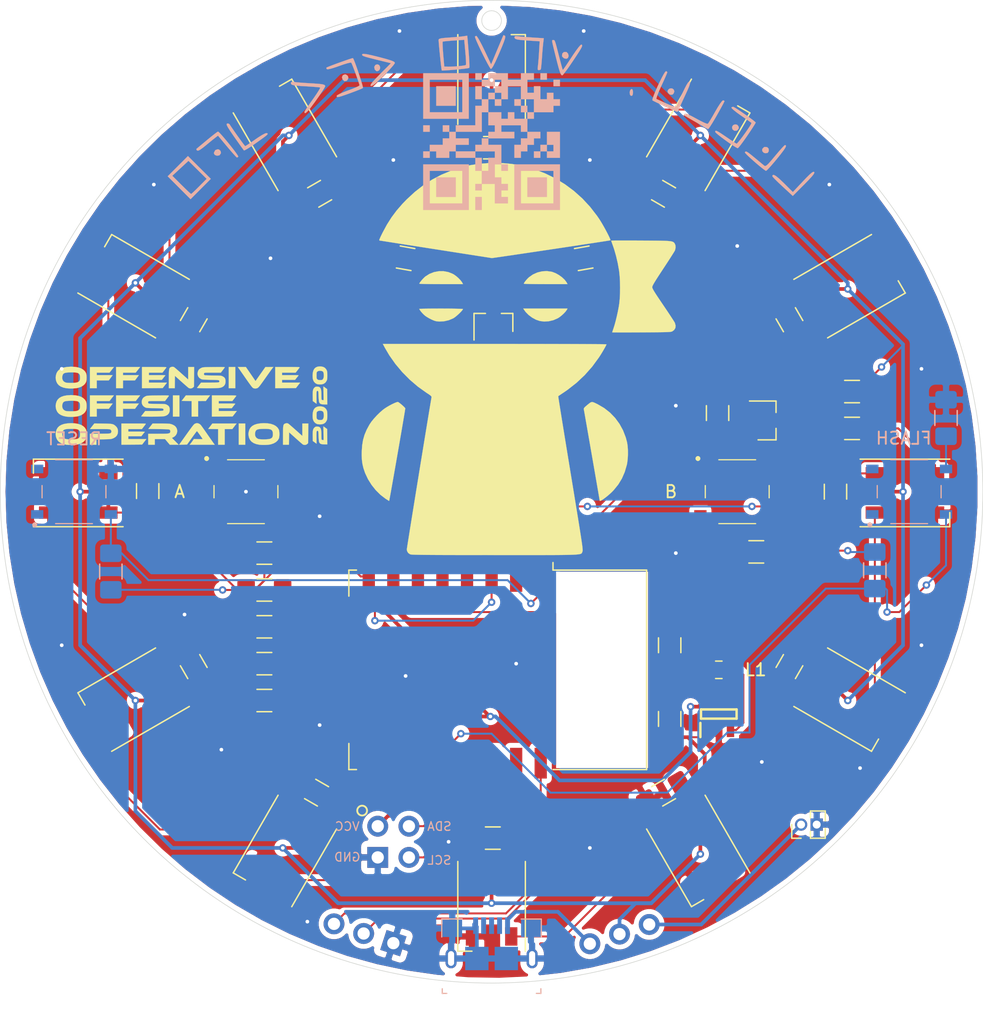
<source format=kicad_pcb>
(kicad_pcb (version 20171130) (host pcbnew "(5.1.5)-3")
  (layers (0 F.Cu signal) (31 B.Cu signal) (34 B.Paste user) (35 F.Paste user) (36 B.SilkS user) (37 F.SilkS user) (38 B.Mask user) (39 F.Mask user) (44 Edge.Cuts user))
  (net 0 "")
  (net 1 GND)
  (net 2 +3V3)
  (net 3 "Net-(D11-Pad2)")
  (net 4 "Net-(D13-Pad1)")
  (net 5 "Net-(D14-Pad1)")
  (net 6 /RX)
  (net 7 /TX)
  (net 8 /BATT+)
  (net 9 /USB+)
  (net 10 /DIN_HIGH)
  (net 11 /DIN_LOW)
  (net 12 "Net-(Q2-Pad3)")
  (net 13 /GPIO12)
  (net 14 "Net-(R1-Pad2)")
  (net 15 /RST)
  (net 16 /GPIO0)
  (net 17 /SCL)
  (net 18 /SDA)
  (net 19 "Net-(D1-Pad2)")
  (net 20 "Net-(D2-Pad2)")
  (net 21 "Net-(D3-Pad2)")
  (net 22 "Net-(D4-Pad2)")
  (net 23 "Net-(D5-Pad2)")
  (net 24 "Net-(D6-Pad2)")
  (net 25 "Net-(D7-Pad2)")
  (net 26 "Net-(D8-Pad2)")
  (net 27 "Net-(D10-Pad4)")
  (net 28 "Net-(D10-Pad2)")
  (net 29 "Net-(R4-Pad1)")
  (net 30 /PWR_IN)
  (net 31 "Net-(D1-Pad4)")
  (net 32 /GPIO14)
  (net 33 /GPIO16)
  (net 34 "Net-(R8-Pad2)")
  (net 35 "Net-(L1-Pad1)")
  (module Ardennes2020:text_logo (layer F.Cu) (at 30.5 49)
    (fp_text reference G*** hide)
    (fp_text value LOGO hide)
  )
  (module Ardennes2020:Barcode (layer B.Cu) (at 55 27.5)
    (fp_text reference G*** hide)
    (fp_text value LOGO hide)
  )
  (module badgelife_shitty_connector:Badgelife-Shitty-2x2 (layer F.Cu) (at 47 84.5)
    (fp_text reference X1)
    (fp_text value Badgelife_shitty_connector)
    (fp_text user VCC (at -3.75 -1.25) (layer B.SilkS) (effects (font (size 0.7 0.7) (thickness 0.1)) (justify mirror)))
    (fp_text user GND (at -3.75 1.25) (layer B.SilkS) (effects (font (size 0.7 0.7) (thickness 0.1)) (justify mirror)))
    (fp_text user SCL (at 3.75 1.5) (layer B.SilkS) (effects (font (size 0.7 0.7) (thickness 0.1)) (justify mirror)))
    (fp_text user SDA (at 3.75 -1.25) (layer B.SilkS) (effects (font (size 0.7 0.7) (thickness 0.1)) (justify mirror)))
    (pad 2 thru_hole rect (at -1.27 1.27) (size 1.7 1.7) (drill 1) (layers *.Cu *.Mask) (net 1 GND))
    (pad 1 thru_hole oval (at -1.27 -1.27) (size 1.7 1.7) (drill 1) (layers *.Cu *.Mask) (net 2 +3V3))
    (pad 3 thru_hole oval (at 1.27 1.27) (size 1.7 1.7) (drill 1) (layers *.Cu *.Mask) (net 17 /SCL))
    (pad 4 thru_hole circle (at 1.27 -1.27) (size 1.7 1.7) (drill 1) (layers *.Cu *.Mask) (net 18 /SDA))
  )
  (module SamacSys_Parts:PTS526SM15SMTR2LFS (layer B.Cu) (at 89 56)
    (fp_text reference S2 hide)
    (fp_text value FLASH hide)
    (fp_text user FLASH (at -0.45 -4.35) (layer B.SilkS) (effects (justify mirror)))
    (pad 4 smd rect (at 3 -1.85 270) (size 0.7 1) (layers B.Cu B.Paste B.Mask) (net 34 "Net-(R8-Pad2)"))
    (pad 3 smd rect (at -3 -1.85 270) (size 0.7 1) (layers B.Cu B.Paste B.Mask))
    (pad 2 smd rect (at 3 1.85 270) (size 0.7 1) (layers B.Cu B.Paste B.Mask) (net 16 /GPIO0))
    (pad 1 smd rect (at -3 1.85 270) (size 0.7 1) (layers B.Cu B.Paste B.Mask))
  )
  (module SamacSys_Parts:PTS526SM15SMTR2LFS (layer B.Cu) (at 21 56)
    (fp_text reference S1 hide)
    (fp_text value RESET hide)
    (fp_text user RESET (at 0 -4.3) (layer B.SilkS) (effects (justify mirror)))
    (pad 4 smd rect (at 3 -1.85 270) (size 0.7 1) (layers B.Cu B.Paste B.Mask) (net 1 GND))
    (pad 3 smd rect (at -3 -1.85 270) (size 0.7 1) (layers B.Cu B.Paste B.Mask))
    (pad 2 smd rect (at 3 1.85 270) (size 0.7 1) (layers B.Cu B.Paste B.Mask) (net 15 /RST))
    (pad 1 smd rect (at -3 1.85 270) (size 0.7 1) (layers B.Cu B.Paste B.Mask))
  )
  (module SamacSys_Parts:PTS526SM15SMTR2LFS (layer F.Cu) (at 75 56)
    (fp_text reference S4 hide)
    (fp_text value BUTTON_B hide)
    (fp_text user B (at -5.4 0) (layer F.SilkS))
    (pad 4 smd rect (at 3 1.85 90) (size 0.7 1) (layers F.Cu F.Paste F.Mask) (net 33 /GPIO16))
    (pad 3 smd rect (at -3 1.85 90) (size 0.7 1) (layers F.Cu F.Paste F.Mask))
    (pad 2 smd rect (at 3 -1.85 90) (size 0.7 1) (layers F.Cu F.Paste F.Mask) (net 2 +3V3))
    (pad 1 smd rect (at -3 -1.85 90) (size 0.7 1) (layers F.Cu F.Paste F.Mask))
  )
  (module SamacSys_Parts:PTS526SM15SMTR2LFS (layer F.Cu) (at 35 56)
    (fp_text reference S3 hide)
    (fp_text value BUTTON_A hide)
    (fp_text user A (at -5.4 0) (layer F.SilkS))
    (pad 4 smd rect (at 3 1.85 90) (size 0.7 1) (layers F.Cu F.Paste F.Mask) (net 13 /GPIO12))
    (pad 3 smd rect (at -3 1.85 90) (size 0.7 1) (layers F.Cu F.Paste F.Mask))
    (pad 2 smd rect (at 3 -1.85 90) (size 0.7 1) (layers F.Cu F.Paste F.Mask) (net 2 +3V3))
    (pad 1 smd rect (at -3 -1.85 90) (size 0.7 1) (layers F.Cu F.Paste F.Mask))
  )
  (module ninja:Ninja (layer F.Cu) (at 55 47)
    (fp_text reference G*** hide)
    (fp_text value LOGO hide)
  )
  (module Ardennes2020:Pigpen (layer B.Cu) (at 55 25.5 180)
    (fp_text reference G*** hide)
    (fp_text value LOGO hide)
  )
  (module SamacSys_Parts:SOT95P280X110-5N (layer F.Cu) (at 73.5 74.1 90)
    (fp_text reference PS1 hide)
    (fp_text value PAM2301CAAB330 hide)
    (pad 5 smd rect (at 1.3 -0.95 180) (size 0.6 1.15) (layers F.Cu F.Paste F.Mask) (net 2 +3V3))
    (pad 4 smd rect (at 1.3 0.95 180) (size 0.6 1.15) (layers F.Cu F.Paste F.Mask) (net 30 /PWR_IN))
    (pad 3 smd rect (at -1.3 0.95 180) (size 0.6 1.15) (layers F.Cu F.Paste F.Mask) (net 35 "Net-(L1-Pad1)"))
    (pad 2 smd rect (at -1.3 0 180) (size 0.6 1.15) (layers F.Cu F.Paste F.Mask) (net 1 GND))
    (pad 1 smd rect (at -1.3 -0.95 180) (size 0.6 1.15) (layers F.Cu F.Paste F.Mask) (net 30 /PWR_IN))
  )
  (module digikey-footprints:USB_Micro_B_Female_10118193-0001LF (layer B.Cu) (at 55 94 180)
    (fp_text reference J3 hide)
    (fp_text value 10118193-0001LF)
    (pad SH smd rect (at 1.2 0 180) (size 1.9 1.9) (layers B.Cu B.Paste B.Mask) (net 1 GND))
    (pad SH smd rect (at -1.2 0 180) (size 1.9 1.9) (layers B.Cu B.Paste B.Mask) (net 1 GND))
    (pad SH smd rect (at 3.2 2.45 180) (size 1.6 1.4) (layers B.Cu B.Paste B.Mask) (net 1 GND))
    (pad SH smd rect (at -3.2 2.45 180) (size 1.6 1.4) (layers B.Cu B.Paste B.Mask) (net 1 GND))
    (pad SH thru_hole oval (at -3.3 0 180) (size 0.9 1.6) (drill oval 0.5 1.2) (layers *.Cu *.Mask) (net 1 GND))
    (pad SH thru_hole oval (at 3.3 0 180) (size 0.9 1.6) (drill oval 0.5 1.2) (layers *.Cu *.Mask) (net 1 GND))
    (pad 1 smd rect (at -1.3 2.675 180) (size 0.4 1.35) (layers B.Cu B.Paste B.Mask) (net 9 /USB+))
    (pad 2 smd rect (at -0.65 2.675 180) (size 0.4 1.35) (layers B.Cu B.Paste B.Mask))
    (pad 5 smd rect (at 1.3 2.675 180) (size 0.4 1.35) (layers B.Cu B.Paste B.Mask) (net 1 GND))
    (pad 4 smd rect (at 0.65 2.675 180) (size 0.4 1.35) (layers B.Cu B.Paste B.Mask))
    (pad 3 smd rect (at 0 2.675 180) (size 0.4 1.35) (layers B.Cu B.Paste B.Mask))
  )
  (module Inductor_SMD:L_0805_2012Metric_Pad1.15x1.40mm_HandSolder (layer F.Cu) (at 73.5 70.5 180)
    (fp_text reference L1 (at -3 0) (layer F.SilkS))
    (fp_text value 4.7uH)
    (pad 2 smd roundrect (at 1.025 0 180) (size 1.15 1.4) (layers F.Cu F.Paste F.Mask) (roundrect_rratio 0.217391) (net 2 +3V3))
    (pad 1 smd roundrect (at -1.025 0 180) (size 1.15 1.4) (layers F.Cu F.Paste F.Mask) (roundrect_rratio 0.217391) (net 35 "Net-(L1-Pad1)"))
  )
  (module Connector_PinHeader_2.54mm:PinHeader_1x03_P2.54mm_Vertical (layer F.Cu) (at 63 92.8 108)
    (fp_text reference J2 hide)
    (fp_text value PowerSelect)
    (pad 3 thru_hole oval (at 0 5.08 108) (size 1.7 1.7) (drill 1) (layers *.Cu *.Mask) (net 8 /BATT+))
    (pad 2 thru_hole oval (at 0 2.54 108) (size 1.7 1.7) (drill 1) (layers *.Cu *.Mask) (net 30 /PWR_IN))
    (pad 1 thru_hole circle (at 0 0 108) (size 1.7 1.7) (drill 1) (layers *.Cu *.Mask) (net 9 /USB+))
  )
  (module Connector_PinHeader_2.54mm:PinHeader_1x03_P2.54mm_Vertical (layer F.Cu) (at 47 92.75 252)
    (fp_text reference J1 hide)
    (fp_text value FTDI)
    (pad 3 thru_hole oval (at 0 5.08 252) (size 1.7 1.7) (drill 1) (layers *.Cu *.Mask) (net 6 /RX))
    (pad 2 thru_hole oval (at 0 2.54 252) (size 1.7 1.7) (drill 1) (layers *.Cu *.Mask) (net 7 /TX))
    (pad 1 thru_hole rect (at 0 0 252) (size 1.7 1.7) (drill 1) (layers *.Cu *.Mask) (net 1 GND))
  )
  (module Capacitor_SMD:C_1206_3216Metric_Pad1.42x1.75mm_HandSolder (layer F.Cu) (at 69.5 68.5 90)
    (fp_text reference C10 hide)
    (fp_text value 10uF)
    (pad 2 smd roundrect (at 1.4875 0 90) (size 1.425 1.75) (layers F.Cu F.Paste F.Mask) (roundrect_rratio 0.175439) (net 1 GND))
    (pad 1 smd roundrect (at -1.4875 0 90) (size 1.425 1.75) (layers F.Cu F.Paste F.Mask) (roundrect_rratio 0.175439) (net 2 +3V3))
  )
  (module Capacitor_SMD:C_1206_3216Metric_Pad1.42x1.75mm_HandSolder (layer F.Cu) (at 69.5 74.5 90)
    (fp_text reference C6 hide)
    (fp_text value 10uF)
    (pad 2 smd roundrect (at 1.4875 0 90) (size 1.425 1.75) (layers F.Cu F.Paste F.Mask) (roundrect_rratio 0.175439) (net 1 GND))
    (pad 1 smd roundrect (at -1.4875 0 90) (size 1.425 1.75) (layers F.Cu F.Paste F.Mask) (roundrect_rratio 0.175439) (net 30 /PWR_IN))
  )
  (module Capacitor_SMD:C_1206_3216Metric_Pad1.42x1.75mm_HandSolder (layer F.Cu) (at 36.5 70)
    (fp_text reference C5 hide)
    (fp_text value 0.1uF)
    (pad 2 smd roundrect (at 1.4875 0) (size 1.425 1.75) (layers F.Cu F.Paste F.Mask) (roundrect_rratio 0.175439) (net 1 GND))
    (pad 1 smd roundrect (at -1.4875 0) (size 1.425 1.75) (layers F.Cu F.Paste F.Mask) (roundrect_rratio 0.175439) (net 2 +3V3))
  )
  (module Capacitor_SMD:C_1206_3216Metric_Pad1.42x1.75mm_HandSolder (layer F.Cu) (at 36.5 67)
    (fp_text reference C3 hide)
    (fp_text value 10uF)
    (pad 2 smd roundrect (at 1.4875 0) (size 1.425 1.75) (layers F.Cu F.Paste F.Mask) (roundrect_rratio 0.175439) (net 1 GND))
    (pad 1 smd roundrect (at -1.4875 0) (size 1.425 1.75) (layers F.Cu F.Paste F.Mask) (roundrect_rratio 0.175439) (net 2 +3V3))
  )
  (module LED_SMD:LED_1206_3216Metric_Castellated (layer F.Cu) (at 59.4 40.1)
    (fp_text reference D14 hide)
    (fp_text value RED)
    (pad 2 smd roundrect (at 1.425 0) (size 1.6 1.65) (layers F.Cu F.Paste F.Mask) (roundrect_rratio 0.15625) (net 2 +3V3))
    (pad 1 smd roundrect (at -1.425 0) (size 1.6 1.65) (layers F.Cu F.Paste F.Mask) (roundrect_rratio 0.15625) (net 5 "Net-(D14-Pad1)"))
  )
  (module LED_SMD:LED_1206_3216Metric_Castellated (layer F.Cu) (at 50.9 40.1 180)
    (fp_text reference D13 hide)
    (fp_text value RED)
    (pad 2 smd roundrect (at 1.425 0 180) (size 1.6 1.65) (layers F.Cu F.Paste F.Mask) (roundrect_rratio 0.15625) (net 2 +3V3))
    (pad 1 smd roundrect (at -1.425 0 180) (size 1.6 1.65) (layers F.Cu F.Paste F.Mask) (roundrect_rratio 0.15625) (net 4 "Net-(D13-Pad1)"))
  )
  (module Package_TO_SOT_SMD:SOT-23 (layer F.Cu) (at 55.15 42.25 90)
    (fp_text reference Q2 hide)
    (fp_text value BSS138LT1G)
    (pad 3 smd rect (at 1 0 90) (size 0.9 0.8) (layers F.Cu F.Paste F.Mask) (net 12 "Net-(Q2-Pad3)"))
    (pad 2 smd rect (at -1 0.95 90) (size 0.9 0.8) (layers F.Cu F.Paste F.Mask) (net 1 GND))
    (pad 1 smd rect (at -1 -0.95 90) (size 0.9 0.8) (layers F.Cu F.Paste F.Mask) (net 32 /GPIO14))
  )
  (module Resistor_SMD:R_1206_3216Metric_Pad1.42x1.75mm_HandSolder (layer F.Cu) (at 76.55 60.9 180)
    (fp_text reference R13 hide)
    (fp_text value 10K)
    (pad 2 smd roundrect (at 1.4875 0 180) (size 1.425 1.75) (layers F.Cu F.Paste F.Mask) (roundrect_rratio 0.175439) (net 1 GND))
    (pad 1 smd roundrect (at -1.4875 0 180) (size 1.425 1.75) (layers F.Cu F.Paste F.Mask) (roundrect_rratio 0.175439) (net 33 /GPIO16))
  )
  (module Resistor_SMD:R_1206_3216Metric_Pad1.42x1.75mm_HandSolder (layer F.Cu) (at 36.5 61 180)
    (fp_text reference R12 hide)
    (fp_text value 10K)
    (pad 2 smd roundrect (at 1.4875 0 180) (size 1.425 1.75) (layers F.Cu F.Paste F.Mask) (roundrect_rratio 0.175439) (net 1 GND))
    (pad 1 smd roundrect (at -1.4875 0 180) (size 1.425 1.75) (layers F.Cu F.Paste F.Mask) (roundrect_rratio 0.175439) (net 13 /GPIO12))
  )
  (module Resistor_SMD:R_1206_3216Metric_Pad1.42x1.75mm_HandSolder (layer F.Cu) (at 84.35 50.85 180)
    (fp_text reference R11 hide)
    (fp_text value 300)
    (pad 2 smd roundrect (at 1.4875 0 180) (size 1.425 1.75) (layers F.Cu F.Paste F.Mask) (roundrect_rratio 0.175439) (net 10 /DIN_HIGH))
    (pad 1 smd roundrect (at -1.4875 0 180) (size 1.425 1.75) (layers F.Cu F.Paste F.Mask) (roundrect_rratio 0.175439) (net 31 "Net-(D1-Pad4)"))
  )
  (module Resistor_SMD:R_1206_3216Metric_Pad1.42x1.75mm_HandSolder (layer F.Cu) (at 84.35 47.85 180)
    (fp_text reference R3 hide)
    (fp_text value 10K)
    (pad 2 smd roundrect (at 1.4875 0 180) (size 1.425 1.75) (layers F.Cu F.Paste F.Mask) (roundrect_rratio 0.175439) (net 10 /DIN_HIGH))
    (pad 1 smd roundrect (at -1.4875 0 180) (size 1.425 1.75) (layers F.Cu F.Paste F.Mask) (roundrect_rratio 0.175439) (net 30 /PWR_IN))
  )
  (module Resistor_SMD:R_1206_3216Metric_Pad1.42x1.75mm_HandSolder (layer F.Cu) (at 73.4 49.6 90)
    (fp_text reference R2 hide)
    (fp_text value 10K)
    (pad 2 smd roundrect (at 1.4875 0 90) (size 1.425 1.75) (layers F.Cu F.Paste F.Mask) (roundrect_rratio 0.175439) (net 2 +3V3))
    (pad 1 smd roundrect (at -1.4875 0 90) (size 1.425 1.75) (layers F.Cu F.Paste F.Mask) (roundrect_rratio 0.175439) (net 11 /DIN_LOW))
  )
  (module Capacitor_SMD:C_1206_3216Metric_Pad1.42x1.75mm_HandSolder (layer F.Cu) (at 79.25 42 300)
    (fp_text reference C16 hide)
    (fp_text value 0.1uF)
    (pad 2 smd roundrect (at 1.4875 0 300) (size 1.425 1.75) (layers F.Cu F.Paste F.Mask) (roundrect_rratio 0.175439) (net 1 GND))
    (pad 1 smd roundrect (at -1.4875 0 300) (size 1.425 1.75) (layers F.Cu F.Paste F.Mask) (roundrect_rratio 0.175439) (net 30 /PWR_IN))
  )
  (module Capacitor_SMD:C_1206_3216Metric_Pad1.42x1.75mm_HandSolder (layer F.Cu) (at 69 31.75 330)
    (fp_text reference C15 hide)
    (fp_text value 0.1uF)
    (pad 2 smd roundrect (at 1.4875 0 330) (size 1.425 1.75) (layers F.Cu F.Paste F.Mask) (roundrect_rratio 0.175439) (net 1 GND))
    (pad 1 smd roundrect (at -1.4875 0 330) (size 1.425 1.75) (layers F.Cu F.Paste F.Mask) (roundrect_rratio 0.175439) (net 30 /PWR_IN))
  )
  (module Capacitor_SMD:C_1206_3216Metric_Pad1.42x1.75mm_HandSolder (layer F.Cu) (at 54.949999 28)
    (fp_text reference C14 hide)
    (fp_text value 0.1uF)
    (pad 2 smd roundrect (at 1.4875 0) (size 1.425 1.75) (layers F.Cu F.Paste F.Mask) (roundrect_rratio 0.175439) (net 1 GND))
    (pad 1 smd roundrect (at -1.4875 0) (size 1.425 1.75) (layers F.Cu F.Paste F.Mask) (roundrect_rratio 0.175439) (net 30 /PWR_IN))
  )
  (module Capacitor_SMD:C_1206_3216Metric_Pad1.42x1.75mm_HandSolder (layer F.Cu) (at 41 31.75 30)
    (fp_text reference C13 hide)
    (fp_text value 0.1uF)
    (pad 2 smd roundrect (at 1.4875 0 30) (size 1.425 1.75) (layers F.Cu F.Paste F.Mask) (roundrect_rratio 0.175439) (net 1 GND))
    (pad 1 smd roundrect (at -1.4875 0 30) (size 1.425 1.75) (layers F.Cu F.Paste F.Mask) (roundrect_rratio 0.175439) (net 30 /PWR_IN))
  )
  (module Capacitor_SMD:C_1206_3216Metric_Pad1.42x1.75mm_HandSolder (layer F.Cu) (at 30.75 42 60)
    (fp_text reference C12 hide)
    (fp_text value 0.1uF)
    (pad 2 smd roundrect (at 1.4875 0 60) (size 1.425 1.75) (layers F.Cu F.Paste F.Mask) (roundrect_rratio 0.175439) (net 1 GND))
    (pad 1 smd roundrect (at -1.4875 0 60) (size 1.425 1.75) (layers F.Cu F.Paste F.Mask) (roundrect_rratio 0.175439) (net 30 /PWR_IN))
  )
  (module Capacitor_SMD:C_1206_3216Metric_Pad1.42x1.75mm_HandSolder (layer F.Cu) (at 27 55.95 90)
    (fp_text reference C11 hide)
    (fp_text value 0.1uF)
    (pad 2 smd roundrect (at 1.4875 0 90) (size 1.425 1.75) (layers F.Cu F.Paste F.Mask) (roundrect_rratio 0.175439) (net 1 GND))
    (pad 1 smd roundrect (at -1.4875 0 90) (size 1.425 1.75) (layers F.Cu F.Paste F.Mask) (roundrect_rratio 0.175439) (net 30 /PWR_IN))
  )
  (module Capacitor_SMD:C_1206_3216Metric_Pad1.42x1.75mm_HandSolder (layer F.Cu) (at 30.75 70.237499 120)
    (fp_text reference C9 hide)
    (fp_text value 0.1uF)
    (pad 2 smd roundrect (at 1.4875 0 120) (size 1.425 1.75) (layers F.Cu F.Paste F.Mask) (roundrect_rratio 0.175439) (net 1 GND))
    (pad 1 smd roundrect (at -1.4875 0 120) (size 1.425 1.75) (layers F.Cu F.Paste F.Mask) (roundrect_rratio 0.175439) (net 30 /PWR_IN))
  )
  (module Capacitor_SMD:C_1206_3216Metric_Pad1.42x1.75mm_HandSolder (layer F.Cu) (at 40.75 80.5 150)
    (fp_text reference C8 hide)
    (fp_text value 0.1uF)
    (pad 2 smd roundrect (at 1.4875 0 150) (size 1.425 1.75) (layers F.Cu F.Paste F.Mask) (roundrect_rratio 0.175439) (net 1 GND))
    (pad 1 smd roundrect (at -1.4875 0 150) (size 1.425 1.75) (layers F.Cu F.Paste F.Mask) (roundrect_rratio 0.175439) (net 30 /PWR_IN))
  )
  (module Capacitor_SMD:C_1206_3216Metric_Pad1.42x1.75mm_HandSolder (layer F.Cu) (at 55.1 84.2 180)
    (fp_text reference C7 hide)
    (fp_text value 0.1uF)
    (pad 2 smd roundrect (at 1.4875 0 180) (size 1.425 1.75) (layers F.Cu F.Paste F.Mask) (roundrect_rratio 0.175439) (net 1 GND))
    (pad 1 smd roundrect (at -1.4875 0 180) (size 1.425 1.75) (layers F.Cu F.Paste F.Mask) (roundrect_rratio 0.175439) (net 30 /PWR_IN))
  )
  (module Capacitor_SMD:C_1206_3216Metric_Pad1.42x1.75mm_HandSolder (layer F.Cu) (at 69 80.5 210)
    (fp_text reference C4 hide)
    (fp_text value 0.1uF)
    (pad 2 smd roundrect (at 1.4875 0 210) (size 1.425 1.75) (layers F.Cu F.Paste F.Mask) (roundrect_rratio 0.175439) (net 1 GND))
    (pad 1 smd roundrect (at -1.4875 0 210) (size 1.425 1.75) (layers F.Cu F.Paste F.Mask) (roundrect_rratio 0.175439) (net 30 /PWR_IN))
  )
  (module Capacitor_SMD:C_1206_3216Metric_Pad1.42x1.75mm_HandSolder (layer F.Cu) (at 79.25 70.237499 240)
    (fp_text reference C2 hide)
    (fp_text value 0.1uF)
    (pad 2 smd roundrect (at 1.4875 0 240) (size 1.425 1.75) (layers F.Cu F.Paste F.Mask) (roundrect_rratio 0.175439) (net 1 GND))
    (pad 1 smd roundrect (at -1.4875 0 240) (size 1.425 1.75) (layers F.Cu F.Paste F.Mask) (roundrect_rratio 0.175439) (net 30 /PWR_IN))
  )
  (module Capacitor_SMD:C_1206_3216Metric_Pad1.42x1.75mm_HandSolder (layer F.Cu) (at 83 56 270)
    (fp_text reference C1 hide)
    (fp_text value 0.1uF)
    (pad 2 smd roundrect (at 1.4875 0 270) (size 1.425 1.75) (layers F.Cu F.Paste F.Mask) (roundrect_rratio 0.175439) (net 1 GND))
    (pad 1 smd roundrect (at -1.4875 0 270) (size 1.425 1.75) (layers F.Cu F.Paste F.Mask) (roundrect_rratio 0.175439) (net 30 /PWR_IN))
  )
  (module Resistor_SMD:R_1206_3216Metric_Pad1.42x1.75mm_HandSolder (layer F.Cu) (at 62.5 37 190)
    (fp_text reference R1 hide)
    (fp_text value 56)
    (pad 2 smd roundrect (at 1.4875 0 190) (size 1.425 1.75) (layers F.Cu F.Paste F.Mask) (roundrect_rratio 0.175439) (net 12 "Net-(Q2-Pad3)"))
    (pad 1 smd roundrect (at -1.4875 0 190) (size 1.425 1.75) (layers F.Cu F.Paste F.Mask) (roundrect_rratio 0.175439) (net 5 "Net-(D14-Pad1)"))
  )
  (module Resistor_SMD:R_1206_3216Metric_Pad1.42x1.75mm_HandSolder (layer F.Cu) (at 48 37 350)
    (fp_text reference R9 hide)
    (fp_text value 56)
    (pad 2 smd roundrect (at 1.4875 0 350) (size 1.425 1.75) (layers F.Cu F.Paste F.Mask) (roundrect_rratio 0.175439) (net 12 "Net-(Q2-Pad3)"))
    (pad 1 smd roundrect (at -1.4875 0 350) (size 1.425 1.75) (layers F.Cu F.Paste F.Mask) (roundrect_rratio 0.175439) (net 4 "Net-(D13-Pad1)"))
  )
  (module Resistor_SMD:R_1206_3216Metric_Pad1.42x1.75mm_HandSolder (layer B.Cu) (at 92 50 270)
    (fp_text reference R8 hide)
    (fp_text value 470)
    (pad 2 smd roundrect (at 1.4875 0 270) (size 1.425 1.75) (layers B.Cu B.Paste B.Mask) (roundrect_rratio 0.175439) (net 34 "Net-(R8-Pad2)"))
    (pad 1 smd roundrect (at -1.4875 0 270) (size 1.425 1.75) (layers B.Cu B.Paste B.Mask) (roundrect_rratio 0.175439) (net 1 GND))
  )
  (module Resistor_SMD:R_1206_3216Metric_Pad1.42x1.75mm_HandSolder (layer B.Cu) (at 86.2 62.4 270)
    (fp_text reference R7 hide)
    (fp_text value 10K)
    (pad 2 smd roundrect (at 1.4875 0 270) (size 1.425 1.75) (layers B.Cu B.Paste B.Mask) (roundrect_rratio 0.175439) (net 16 /GPIO0))
    (pad 1 smd roundrect (at -1.4875 0 270) (size 1.425 1.75) (layers B.Cu B.Paste B.Mask) (roundrect_rratio 0.175439) (net 2 +3V3))
  )
  (module Resistor_SMD:R_1206_3216Metric_Pad1.42x1.75mm_HandSolder (layer B.Cu) (at 24 62.5 90)
    (fp_text reference R6 hide)
    (fp_text value 10K)
    (pad 2 smd roundrect (at 1.4875 0 90) (size 1.425 1.75) (layers B.Cu B.Paste B.Mask) (roundrect_rratio 0.175439) (net 15 /RST))
    (pad 1 smd roundrect (at -1.4875 0 90) (size 1.425 1.75) (layers B.Cu B.Paste B.Mask) (roundrect_rratio 0.175439) (net 2 +3V3))
  )
  (module Resistor_SMD:R_1206_3216Metric_Pad1.42x1.75mm_HandSolder (layer F.Cu) (at 36.5 64)
    (fp_text reference R1 hide)
    (fp_text value 10K)
    (pad 2 smd roundrect (at 1.4875 0) (size 1.425 1.75) (layers F.Cu F.Paste F.Mask) (roundrect_rratio 0.175439) (net 14 "Net-(R1-Pad2)"))
    (pad 1 smd roundrect (at -1.4875 0) (size 1.425 1.75) (layers F.Cu F.Paste F.Mask) (roundrect_rratio 0.175439) (net 2 +3V3))
  )
  (module Resistor_SMD:R_1206_3216Metric_Pad1.42x1.75mm_HandSolder (layer F.Cu) (at 36.5 73 180)
    (fp_text reference R4 hide)
    (fp_text value 10K)
    (pad 2 smd roundrect (at 1.4875 0 180) (size 1.425 1.75) (layers F.Cu F.Paste F.Mask) (roundrect_rratio 0.175439) (net 1 GND))
    (pad 1 smd roundrect (at -1.4875 0 180) (size 1.425 1.75) (layers F.Cu F.Paste F.Mask) (roundrect_rratio 0.175439) (net 29 "Net-(R4-Pad1)"))
  )
  (module LED_SMD:LED_WS2812B_PLCC4_5.0x5.0mm_P3.2mm (layer F.Cu) (at 38.172501 85.246084 240)
    (fp_text reference D5 hide)
    (fp_text value WS2812B)
    (pad 1 smd rect (at -2.45 -1.6 240) (size 1.5 1) (layers F.Cu F.Paste F.Mask) (net 30 /PWR_IN))
    (pad 2 smd rect (at -2.45 1.6 240) (size 1.5 1) (layers F.Cu F.Paste F.Mask) (net 23 "Net-(D5-Pad2)"))
    (pad 4 smd rect (at 2.45 -1.6 240) (size 1.5 1) (layers F.Cu F.Paste F.Mask) (net 22 "Net-(D4-Pad2)"))
    (pad 3 smd rect (at 2.45 1.6 240) (size 1.5 1) (layers F.Cu F.Paste F.Mask) (net 1 GND))
  )
  (module LED_SMD:LED_WS2812B_PLCC4_5.0x5.0mm_P3.2mm (layer F.Cu) (at 54.999999 22.445 90)
    (fp_text reference D10 hide)
    (fp_text value WS2812B)
    (pad 1 smd rect (at -2.45 -1.6 90) (size 1.5 1) (layers F.Cu F.Paste F.Mask) (net 30 /PWR_IN))
    (pad 2 smd rect (at -2.45 1.6 90) (size 1.5 1) (layers F.Cu F.Paste F.Mask) (net 28 "Net-(D10-Pad2)"))
    (pad 4 smd rect (at 2.45 -1.6 90) (size 1.5 1) (layers F.Cu F.Paste F.Mask) (net 27 "Net-(D10-Pad4)"))
    (pad 3 smd rect (at 2.45 1.6 90) (size 1.5 1) (layers F.Cu F.Paste F.Mask) (net 1 GND))
  )
  (module LED_SMD:LED_WS2812B_PLCC4_5.0x5.0mm_P3.2mm (layer F.Cu) (at 25.853916 72.927499 210)
    (fp_text reference D6 hide)
    (fp_text value WS2812B)
    (pad 1 smd rect (at -2.45 -1.6 210) (size 1.5 1) (layers F.Cu F.Paste F.Mask) (net 30 /PWR_IN))
    (pad 2 smd rect (at -2.45 1.6 210) (size 1.5 1) (layers F.Cu F.Paste F.Mask) (net 24 "Net-(D6-Pad2)"))
    (pad 4 smd rect (at 2.45 -1.6 210) (size 1.5 1) (layers F.Cu F.Paste F.Mask) (net 23 "Net-(D5-Pad2)"))
    (pad 3 smd rect (at 2.45 1.6 210) (size 1.5 1) (layers F.Cu F.Paste F.Mask) (net 1 GND))
  )
  (module LED_SMD:LED_WS2812B_PLCC4_5.0x5.0mm_P3.2mm (layer F.Cu) (at 71.8275 26.953916 60)
    (fp_text reference D11 hide)
    (fp_text value WS2812B)
    (pad 1 smd rect (at -2.45 -1.6 60) (size 1.5 1) (layers F.Cu F.Paste F.Mask) (net 30 /PWR_IN))
    (pad 2 smd rect (at -2.45 1.6 60) (size 1.5 1) (layers F.Cu F.Paste F.Mask) (net 3 "Net-(D11-Pad2)"))
    (pad 4 smd rect (at 2.45 -1.6 60) (size 1.5 1) (layers F.Cu F.Paste F.Mask) (net 28 "Net-(D10-Pad2)"))
    (pad 3 smd rect (at 2.45 1.6 60) (size 1.5 1) (layers F.Cu F.Paste F.Mask) (net 1 GND))
  )
  (module RF_Module:ESP-12E (layer F.Cu) (at 55.5 70.5 270)
    (fp_text reference U1 hide)
    (fp_text value ESP-12E)
    (pad 22 smd rect (at 7.6 -3.5 270) (size 2.5 1) (layers F.Cu F.Paste F.Mask) (net 7 /TX))
    (pad 21 smd rect (at 7.6 -1.5 270) (size 2.5 1) (layers F.Cu F.Paste F.Mask) (net 6 /RX))
    (pad 20 smd rect (at 7.6 0.5 270) (size 2.5 1) (layers F.Cu F.Paste F.Mask) (net 17 /SCL))
    (pad 19 smd rect (at 7.6 2.5 270) (size 2.5 1) (layers F.Cu F.Paste F.Mask) (net 18 /SDA))
    (pad 18 smd rect (at 7.6 4.5 270) (size 2.5 1) (layers F.Cu F.Paste F.Mask) (net 16 /GPIO0))
    (pad 17 smd rect (at 7.6 6.5 270) (size 2.5 1) (layers F.Cu F.Paste F.Mask))
    (pad 16 smd rect (at 7.6 8.5 270) (size 2.5 1) (layers F.Cu F.Paste F.Mask) (net 29 "Net-(R4-Pad1)"))
    (pad 15 smd rect (at 7.6 10.5 270) (size 2.5 1) (layers F.Cu F.Paste F.Mask) (net 1 GND))
    (pad 14 smd rect (at 5 12 270) (size 1 1.8) (layers F.Cu F.Paste F.Mask))
    (pad 13 smd rect (at 3 12 270) (size 1 1.8) (layers F.Cu F.Paste F.Mask))
    (pad 12 smd rect (at 1 12 270) (size 1 1.8) (layers F.Cu F.Paste F.Mask))
    (pad 11 smd rect (at -1 12 270) (size 1 1.8) (layers F.Cu F.Paste F.Mask))
    (pad 10 smd rect (at -3 12 270) (size 1 1.8) (layers F.Cu F.Paste F.Mask))
    (pad 9 smd rect (at -5 12 270) (size 1 1.8) (layers F.Cu F.Paste F.Mask))
    (pad 8 smd rect (at -7.6 10.5 270) (size 2.5 1) (layers F.Cu F.Paste F.Mask) (net 2 +3V3))
    (pad 7 smd rect (at -7.6 8.5 270) (size 2.5 1) (layers F.Cu F.Paste F.Mask) (net 11 /DIN_LOW))
    (pad 6 smd rect (at -7.6 6.5 270) (size 2.5 1) (layers F.Cu F.Paste F.Mask) (net 13 /GPIO12))
    (pad 5 smd rect (at -7.6 4.5 270) (size 2.5 1) (layers F.Cu F.Paste F.Mask) (net 32 /GPIO14))
    (pad 4 smd rect (at -7.6 2.5 270) (size 2.5 1) (layers F.Cu F.Paste F.Mask) (net 33 /GPIO16))
    (pad 3 smd rect (at -7.6 0.5 270) (size 2.5 1) (layers F.Cu F.Paste F.Mask) (net 14 "Net-(R1-Pad2)"))
    (pad 2 smd rect (at -7.6 -1.5 270) (size 2.5 1) (layers F.Cu F.Paste F.Mask))
    (pad 1 smd rect (at -7.6 -3.5 270) (size 2.5 1) (layers F.Cu F.Paste F.Mask) (net 15 /RST))
  )
  (module Package_TO_SOT_SMD:SOT-23 (layer F.Cu) (at 77.4 50.2)
    (fp_text reference Q1 hide)
    (fp_text value BSS138LT1G hide)
    (pad 3 smd rect (at 1 0) (size 0.9 0.8) (layers F.Cu F.Paste F.Mask) (net 10 /DIN_HIGH))
    (pad 2 smd rect (at -1 0.95) (size 0.9 0.8) (layers F.Cu F.Paste F.Mask) (net 11 /DIN_LOW))
    (pad 1 smd rect (at -1 -0.95) (size 0.9 0.8) (layers F.Cu F.Paste F.Mask) (net 2 +3V3))
  )
  (module Connector_PinHeader_1.27mm:PinHeader_1x02_P1.27mm_Vertical (layer F.Cu) (at 80.2 83.1 90)
    (fp_text reference J4 hide)
    (fp_text value "Battery mount")
    (pad 2 thru_hole rect (at 0 1.27 90) (size 1 1) (drill 0.65) (layers *.Cu *.Mask) (net 1 GND))
    (pad 1 thru_hole oval (at 0 0 90) (size 1 1) (drill 0.65) (layers *.Cu *.Mask) (net 8 /BATT+))
  )
  (module LED_SMD:LED_WS2812B_PLCC4_5.0x5.0mm_P3.2mm (layer F.Cu) (at 84.146084 39.2725 30)
    (fp_text reference D12 hide)
    (fp_text value WS2812B)
    (pad 1 smd rect (at -2.45 -1.6 30) (size 1.5 1) (layers F.Cu F.Paste F.Mask) (net 30 /PWR_IN))
    (pad 2 smd rect (at -2.45 1.6 30) (size 1.5 1) (layers F.Cu F.Paste F.Mask))
    (pad 4 smd rect (at 2.45 -1.6 30) (size 1.5 1) (layers F.Cu F.Paste F.Mask) (net 3 "Net-(D11-Pad2)"))
    (pad 3 smd rect (at 2.45 1.6 30) (size 1.5 1) (layers F.Cu F.Paste F.Mask) (net 1 GND))
  )
  (module LED_SMD:LED_WS2812B_PLCC4_5.0x5.0mm_P3.2mm (layer F.Cu) (at 38.1725 26.953916 120)
    (fp_text reference D9 hide)
    (fp_text value WS2812B)
    (pad 1 smd rect (at -2.45 -1.6 120) (size 1.5 1) (layers F.Cu F.Paste F.Mask) (net 30 /PWR_IN))
    (pad 2 smd rect (at -2.45 1.6 120) (size 1.5 1) (layers F.Cu F.Paste F.Mask) (net 27 "Net-(D10-Pad4)"))
    (pad 4 smd rect (at 2.45 -1.6 120) (size 1.5 1) (layers F.Cu F.Paste F.Mask) (net 26 "Net-(D8-Pad2)"))
    (pad 3 smd rect (at 2.45 1.6 120) (size 1.5 1) (layers F.Cu F.Paste F.Mask) (net 1 GND))
  )
  (module LED_SMD:LED_WS2812B_PLCC4_5.0x5.0mm_P3.2mm (layer F.Cu) (at 25.853916 39.2725 150)
    (fp_text reference D8 hide)
    (fp_text value WS2812B)
    (pad 1 smd rect (at -2.45 -1.6 150) (size 1.5 1) (layers F.Cu F.Paste F.Mask) (net 30 /PWR_IN))
    (pad 2 smd rect (at -2.45 1.6 150) (size 1.5 1) (layers F.Cu F.Paste F.Mask) (net 26 "Net-(D8-Pad2)"))
    (pad 4 smd rect (at 2.45 -1.6 150) (size 1.5 1) (layers F.Cu F.Paste F.Mask) (net 25 "Net-(D7-Pad2)"))
    (pad 3 smd rect (at 2.45 1.6 150) (size 1.5 1) (layers F.Cu F.Paste F.Mask) (net 1 GND))
  )
  (module LED_SMD:LED_WS2812B_PLCC4_5.0x5.0mm_P3.2mm (layer F.Cu) (at 21.345 56.1 180)
    (fp_text reference D7 hide)
    (fp_text value WS2812B)
    (pad 1 smd rect (at -2.45 -1.6 180) (size 1.5 1) (layers F.Cu F.Paste F.Mask) (net 30 /PWR_IN))
    (pad 2 smd rect (at -2.45 1.6 180) (size 1.5 1) (layers F.Cu F.Paste F.Mask) (net 25 "Net-(D7-Pad2)"))
    (pad 4 smd rect (at 2.45 -1.6 180) (size 1.5 1) (layers F.Cu F.Paste F.Mask) (net 24 "Net-(D6-Pad2)"))
    (pad 3 smd rect (at 2.45 1.6 180) (size 1.5 1) (layers F.Cu F.Paste F.Mask) (net 1 GND))
  )
  (module LED_SMD:LED_WS2812B_PLCC4_5.0x5.0mm_P3.2mm (layer F.Cu) (at 55 89.755 270)
    (fp_text reference D4 hide)
    (fp_text value WS2812B)
    (pad 1 smd rect (at -2.45 -1.6 270) (size 1.5 1) (layers F.Cu F.Paste F.Mask) (net 30 /PWR_IN))
    (pad 2 smd rect (at -2.45 1.6 270) (size 1.5 1) (layers F.Cu F.Paste F.Mask) (net 22 "Net-(D4-Pad2)"))
    (pad 4 smd rect (at 2.45 -1.6 270) (size 1.5 1) (layers F.Cu F.Paste F.Mask) (net 21 "Net-(D3-Pad2)"))
    (pad 3 smd rect (at 2.45 1.6 270) (size 1.5 1) (layers F.Cu F.Paste F.Mask) (net 1 GND))
  )
  (module LED_SMD:LED_WS2812B_PLCC4_5.0x5.0mm_P3.2mm (layer F.Cu) (at 71.8275 85.246084 300)
    (fp_text reference D3 hide)
    (fp_text value WS2812B)
    (pad 1 smd rect (at -2.45 -1.6 300) (size 1.5 1) (layers F.Cu F.Paste F.Mask) (net 30 /PWR_IN))
    (pad 2 smd rect (at -2.45 1.6 300) (size 1.5 1) (layers F.Cu F.Paste F.Mask) (net 21 "Net-(D3-Pad2)"))
    (pad 4 smd rect (at 2.45 -1.6 300) (size 1.5 1) (layers F.Cu F.Paste F.Mask) (net 20 "Net-(D2-Pad2)"))
    (pad 3 smd rect (at 2.45 1.6 300) (size 1.5 1) (layers F.Cu F.Paste F.Mask) (net 1 GND))
  )
  (module LED_SMD:LED_WS2812B_PLCC4_5.0x5.0mm_P3.2mm (layer F.Cu) (at 84.146084 72.927499 330)
    (fp_text reference D2 hide)
    (fp_text value WS2812B)
    (pad 1 smd rect (at -2.45 -1.6 330) (size 1.5 1) (layers F.Cu F.Paste F.Mask) (net 30 /PWR_IN))
    (pad 2 smd rect (at -2.45 1.6 330) (size 1.5 1) (layers F.Cu F.Paste F.Mask) (net 20 "Net-(D2-Pad2)"))
    (pad 4 smd rect (at 2.45 -1.6 330) (size 1.5 1) (layers F.Cu F.Paste F.Mask) (net 19 "Net-(D1-Pad2)"))
    (pad 3 smd rect (at 2.45 1.6 330) (size 1.5 1) (layers F.Cu F.Paste F.Mask) (net 1 GND))
  )
  (module LED_SMD:LED_WS2812B_PLCC4_5.0x5.0mm_P3.2mm (layer F.Cu) (at 88.655 56.1)
    (fp_text reference D1 hide)
    (fp_text value WS2812B)
    (pad 1 smd rect (at -2.45 -1.6) (size 1.5 1) (layers F.Cu F.Paste F.Mask) (net 30 /PWR_IN))
    (pad 2 smd rect (at -2.45 1.6) (size 1.5 1) (layers F.Cu F.Paste F.Mask) (net 19 "Net-(D1-Pad2)"))
    (pad 4 smd rect (at 2.45 -1.6) (size 1.5 1) (layers F.Cu F.Paste F.Mask) (net 31 "Net-(D1-Pad4)"))
    (pad 3 smd rect (at 2.45 1.6) (size 1.5 1) (layers F.Cu F.Paste F.Mask) (net 1 GND))
  )
  (gr_circle (center 55 17.65) (end 55.8 17.65) (layer Edge.Cuts) (width 0.05))
  (gr_circle (center 55 56) (end 55 16) (layer Edge.Cuts) (width 0.05))
  (via (at 30 66) (size 0.6) (drill 0.3) (layers F.Cu B.Cu) (net 1))
  (segment (start 53.475 91.55) (end 53.7 91.325) (width 0.3) (layer B.Cu) (net 1))
  (segment (start 51.8 91.55) (end 53.475 91.55) (width 0.3) (layer B.Cu) (net 1))
  (segment (start 53.8 91.425) (end 53.7 91.325) (width 0.3) (layer B.Cu) (net 1))
  (segment (start 53.8 94) (end 53.8 91.425) (width 0.3) (layer B.Cu) (net 1))
  (via (at 51.5 84.5) (size 0.6) (drill 0.3) (layers F.Cu B.Cu) (net 1))
  (segment (start 53.6125 84.2) (end 51.8 84.2) (width 0.16) (layer F.Cu) (net 1))
  (segment (start 51.8 84.2) (end 51.5 84.5) (width 0.16) (layer F.Cu) (net 1))
  (via (at 70 49) (size 0.6) (drill 0.3) (layers F.Cu B.Cu) (net 1))
  (via (at 35 56) (size 0.6) (drill 0.3) (layers F.Cu B.Cu) (net 1))
  (via (at 41 58) (size 0.6) (drill 0.3) (layers F.Cu B.Cu) (net 1))
  (via (at 41 75) (size 0.6) (drill 0.3) (layers F.Cu B.Cu) (net 1))
  (via (at 33 77) (size 0.6) (drill 0.3) (layers F.Cu B.Cu) (net 1))
  (via (at 63 85) (size 0.6) (drill 0.3) (layers F.Cu B.Cu) (net 1))
  (via (at 77 78) (size 0.6) (drill 0.3) (layers F.Cu B.Cu) (net 1))
  (via (at 75 36) (size 0.6) (drill 0.3) (layers F.Cu B.Cu) (net 1))
  (via (at 47 29) (size 0.6) (drill 0.3) (layers F.Cu B.Cu) (net 1))
  (via (at 63 29) (size 0.6) (drill 0.3) (layers F.Cu B.Cu) (net 1))
  (via (at 37 37) (size 0.6) (drill 0.3) (layers F.Cu B.Cu) (net 1))
  (via (at 57 70) (size 0.6) (drill 0.3) (layers F.Cu B.Cu) (net 1))
  (via (at 48 71) (size 0.6) (drill 0.3) (layers F.Cu B.Cu) (net 1))
  (via (at 90 68.5) (size 0.6) (drill 0.3) (layers F.Cu B.Cu) (net 1))
  (via (at 20 68.5) (size 0.6) (drill 0.3) (layers F.Cu B.Cu) (net 1))
  (via (at 27.5 31) (size 0.6) (drill 0.3) (layers F.Cu B.Cu) (net 1))
  (via (at 82.5 31) (size 0.6) (drill 0.3) (layers F.Cu B.Cu) (net 1))
  (via (at 62.5 18.5) (size 0.6) (drill 0.3) (layers F.Cu B.Cu) (net 1))
  (via (at 47.5 18.5) (size 0.6) (drill 0.3) (layers F.Cu B.Cu) (net 1))
  (via (at 40 91) (size 0.6) (drill 0.3) (layers F.Cu B.Cu) (net 1))
  (via (at 85 78.5) (size 0.6) (drill 0.3) (layers F.Cu B.Cu) (net 1))
  (via (at 90 46) (size 0.6) (drill 0.3) (layers F.Cu B.Cu) (net 1))
  (via (at 20 46) (size 0.6) (drill 0.3) (layers F.Cu B.Cu) (net 1))
  (via (at 70 61) (size 0.6) (drill 0.3) (layers F.Cu B.Cu) (net 1))
  (via (at 54.9 74.3) (size 0.6) (drill 0.3) (layers F.Cu B.Cu) (net 2))
  (segment (start 54.85 74.3) (end 54.9 74.3) (width 0.3) (layer F.Cu) (net 2))
  (segment (start 45 62.9) (end 45 64.45) (width 0.3) (layer F.Cu) (net 2))
  (segment (start 45 64.45) (end 54.85 74.3) (width 0.3) (layer F.Cu) (net 2))
  (segment (start 55.324264 74.3) (end 60.524264 79.5) (width 0.3) (layer B.Cu) (net 2))
  (segment (start 54.9 74.3) (end 55.324264 74.3) (width 0.3) (layer B.Cu) (net 2))
  (segment (start 60.524264 79.5) (end 68.9 79.5) (width 0.3) (layer B.Cu) (net 2))
  (via (at 71.2 73.5) (size 0.6) (drill 0.3) (layers F.Cu B.Cu) (net 2))
  (segment (start 68.9 79.5) (end 71.2 77.2) (width 0.3) (layer B.Cu) (net 2))
  (segment (start 71.2 77.2) (end 71.2 73.5) (width 0.3) (layer B.Cu) (net 2))
  (segment (start 71.85 73.5) (end 72.55 72.8) (width 0.3) (layer F.Cu) (net 2))
  (segment (start 71.2 73.5) (end 71.85 73.5) (width 0.3) (layer F.Cu) (net 2))
  (via (at 33.1 64) (size 0.6) (drill 0.3) (layers F.Cu B.Cu) (net 2))
  (segment (start 24 63.9875) (end 33.0875 63.9875) (width 0.16) (layer B.Cu) (net 2))
  (segment (start 33.0875 63.9875) (end 33.1 64) (width 0.16) (layer B.Cu) (net 2))
  (segment (start 33.1 64) (end 35.0125 64) (width 0.16) (layer F.Cu) (net 2))
  (segment (start 35.725 64) (end 36.6 63.125) (width 0.16) (layer F.Cu) (net 2))
  (segment (start 35.0125 70) (end 35.0125 67) (width 0.16) (layer F.Cu) (net 2))
  (segment (start 35.0125 67) (end 35.0125 64) (width 0.16) (layer F.Cu) (net 2))
  (segment (start 52.677398 74.3) (end 54.475736 74.3) (width 0.16) (layer F.Cu) (net 2))
  (segment (start 50 76.977398) (end 52.677398 74.3) (width 0.16) (layer F.Cu) (net 2))
  (segment (start 50 79.222602) (end 50 76.977398) (width 0.16) (layer F.Cu) (net 2))
  (segment (start 50 79.348602) (end 50 79.2) (width 0.3) (layer F.Cu) (net 2))
  (segment (start 50 79.2) (end 50 79.222602) (width 0.16) (layer F.Cu) (net 2))
  (segment (start 54.475736 74.3) (end 54.9 74.3) (width 0.3) (layer F.Cu) (net 2))
  (segment (start 52.551398 74.3) (end 54.475736 74.3) (width 0.3) (layer F.Cu) (net 2))
  (segment (start 50 76.851398) (end 52.551398 74.3) (width 0.3) (layer F.Cu) (net 2))
  (segment (start 50 79.348602) (end 50 76.851398) (width 0.3) (layer F.Cu) (net 2))
  (segment (start 47.019999 82.380001) (end 48.7 80.7) (width 0.3) (layer F.Cu) (net 2))
  (segment (start 46.579999 82.380001) (end 47.019999 82.380001) (width 0.3) (layer F.Cu) (net 2))
  (segment (start 45.73 83.23) (end 46.579999 82.380001) (width 0.3) (layer F.Cu) (net 2))
  (segment (start 48.7 80.7) (end 50 79.348602) (width 0.3) (layer F.Cu) (net 2))
  (segment (start 72.55 70.575) (end 72.475 70.5) (width 0.3) (layer F.Cu) (net 2))
  (segment (start 72.55 72.8) (end 72.55 70.575) (width 0.3) (layer F.Cu) (net 2))
  (via (at 84 60.8) (size 0.6) (drill 0.3) (layers F.Cu B.Cu) (net 2))
  (segment (start 76.4 48.69) (end 76.4 49.25) (width 0.16) (layer F.Cu) (net 2))
  (segment (start 75.8225 48.1125) (end 76.4 48.69) (width 0.16) (layer F.Cu) (net 2))
  (segment (start 73.4 48.1125) (end 75.8225 48.1125) (width 0.16) (layer F.Cu) (net 2))
  (segment (start 78 53.64) (end 77.4 53.04) (width 0.16) (layer F.Cu) (net 2))
  (segment (start 78 54.15) (end 78 53.64) (width 0.16) (layer F.Cu) (net 2))
  (segment (start 77.01 49.25) (end 76.4 49.25) (width 0.16) (layer F.Cu) (net 2))
  (segment (start 77.4 49.64) (end 77.01 49.25) (width 0.16) (layer F.Cu) (net 2))
  (segment (start 77.4 53.04) (end 77.4 49.64) (width 0.16) (layer F.Cu) (net 2))
  (segment (start 81.475 58.135) (end 81.475 60.8) (width 0.16) (layer F.Cu) (net 2))
  (segment (start 78 54.66) (end 81.475 58.135) (width 0.16) (layer F.Cu) (net 2))
  (segment (start 78 54.15) (end 78 54.66) (width 0.16) (layer F.Cu) (net 2))
  (segment (start 84.1125 60.9125) (end 84 60.8) (width 0.16) (layer B.Cu) (net 2))
  (segment (start 86.2 60.9125) (end 84.1125 60.9125) (width 0.16) (layer B.Cu) (net 2))
  (segment (start 71.9625 69.9875) (end 72.475 70.5) (width 0.16) (layer F.Cu) (net 2))
  (segment (start 69.5 69.9875) (end 71.9625 69.9875) (width 0.16) (layer F.Cu) (net 2))
  (segment (start 83.575736 60.8) (end 84 60.8) (width 0.16) (layer F.Cu) (net 2))
  (segment (start 81.475 60.8) (end 83.575736 60.8) (width 0.16) (layer F.Cu) (net 2))
  (segment (start 72.475 69.8) (end 81.475 60.8) (width 0.16) (layer F.Cu) (net 2))
  (segment (start 72.475 70.5) (end 72.475 69.8) (width 0.16) (layer F.Cu) (net 2))
  (segment (start 34.3 64) (end 30.1 59.8) (width 0.16) (layer F.Cu) (net 2))
  (segment (start 35.0125 64) (end 34.3 64) (width 0.16) (layer F.Cu) (net 2))
  (segment (start 48.675 40.1) (end 49.475 40.1) (width 0.16) (layer F.Cu) (net 2))
  (segment (start 30.1 54.827398) (end 44.827398 40.1) (width 0.16) (layer F.Cu) (net 2))
  (segment (start 44.827398 40.1) (end 48.675 40.1) (width 0.16) (layer F.Cu) (net 2))
  (segment (start 30.1 59.8) (end 30.1 54.827398) (width 0.16) (layer F.Cu) (net 2))
  (segment (start 73.4 47.4) (end 73.4 48.1125) (width 0.16) (layer F.Cu) (net 2))
  (segment (start 66.1 40.1) (end 73.4 47.4) (width 0.16) (layer F.Cu) (net 2))
  (segment (start 60.825 40.1) (end 66.1 40.1) (width 0.16) (layer F.Cu) (net 2))
  (segment (start 44.34 62.9) (end 43.94 62.5) (width 0.16) (layer F.Cu) (net 2))
  (segment (start 45 62.9) (end 44.34 62.9) (width 0.16) (layer F.Cu) (net 2))
  (segment (start 37.225 62.5) (end 37.5 62.5) (width 0.16) (layer F.Cu) (net 2))
  (segment (start 35.725 64) (end 37.225 62.5) (width 0.16) (layer F.Cu) (net 2))
  (segment (start 43.94 62.5) (end 37.5 62.5) (width 0.16) (layer F.Cu) (net 2))
  (segment (start 35.725 64) (end 35.0125 64) (width 0.16) (layer F.Cu) (net 2))
  (segment (start 35.725 64) (end 36.5 63.225) (width 0.16) (layer F.Cu) (net 2))
  (segment (start 36.5 63.225) (end 36.5 55.5) (width 0.16) (layer F.Cu) (net 2))
  (segment (start 37.85 54.15) (end 38 54.15) (width 0.16) (layer F.Cu) (net 2))
  (segment (start 36.5 55.5) (end 37.85 54.15) (width 0.16) (layer F.Cu) (net 2))
  (segment (start 78.681665 29.875678) (end 85.467846 36.661859) (width 0.16) (layer F.Cu) (net 3))
  (segment (start 71.988141 29.875678) (end 78.681665 29.875678) (width 0.16) (layer F.Cu) (net 3))
  (segment (start 48.20447 38.41107) (end 48.21107 38.41107) (width 0.16) (layer F.Cu) (net 4))
  (segment (start 46.535098 36.741698) (end 48.20447 38.41107) (width 0.16) (layer F.Cu) (net 4))
  (segment (start 48.21107 38.41107) (end 48.5 38.7) (width 0.16) (layer F.Cu) (net 4))
  (segment (start 52.325 39.275) (end 52.325 40.1) (width 0.16) (layer F.Cu) (net 4))
  (segment (start 51.75 38.7) (end 52.325 39.275) (width 0.16) (layer F.Cu) (net 4))
  (segment (start 48.5 38.7) (end 51.75 38.7) (width 0.16) (layer F.Cu) (net 4))
  (segment (start 63.964902 37.630196) (end 63.964902 36.741698) (width 0.16) (layer F.Cu) (net 5))
  (segment (start 62.895098 38.7) (end 63.964902 37.630196) (width 0.16) (layer F.Cu) (net 5))
  (segment (start 60.175 38.7) (end 60.8 38.7) (width 0.16) (layer F.Cu) (net 5))
  (segment (start 58.775 40.1) (end 60.175 38.7) (width 0.16) (layer F.Cu) (net 5))
  (segment (start 57.975 40.1) (end 58.775 40.1) (width 0.16) (layer F.Cu) (net 5))
  (segment (start 60.8 38.7) (end 62.895098 38.7) (width 0.16) (layer F.Cu) (net 5))
  (segment (start 43.018632 90.330195) (end 56.169805 90.330195) (width 0.16) (layer F.Cu) (net 6))
  (segment (start 42.168633 91.180194) (end 43.018632 90.330195) (width 0.16) (layer F.Cu) (net 6))
  (segment (start 56.169805 90.330195) (end 58 88.5) (width 0.16) (layer F.Cu) (net 6))
  (segment (start 58 88.5) (end 58 81) (width 0.16) (layer F.Cu) (net 6))
  (segment (start 57 80) (end 57 78.1) (width 0.16) (layer F.Cu) (net 6))
  (segment (start 58 81) (end 57 80) (width 0.16) (layer F.Cu) (net 6))
  (segment (start 59 78.1) (end 59 88) (width 0.16) (layer F.Cu) (net 7))
  (segment (start 44.584316 91.965097) (end 45.799413 90.75) (width 0.16) (layer F.Cu) (net 7))
  (segment (start 45.799413 90.75) (end 56.25 90.75) (width 0.16) (layer F.Cu) (net 7))
  (segment (start 59 88) (end 56.25 90.75) (width 0.16) (layer F.Cu) (net 7))
  (segment (start 72.069806 91.230194) (end 80.2 83.1) (width 0.3) (layer B.Cu) (net 8))
  (segment (start 67.831367 91.230194) (end 72.069806 91.230194) (width 0.3) (layer B.Cu) (net 8))
  (segment (start 56.3 91.925) (end 56.3 91.45) (width 0.16) (layer B.Cu) (net 9))
  (segment (start 56.3 90.85) (end 56.95 90.2) (width 0.3) (layer B.Cu) (net 9))
  (segment (start 56.3 91.325) (end 56.3 90.85) (width 0.3) (layer B.Cu) (net 9))
  (segment (start 60.4 90.2) (end 63 92.8) (width 0.3) (layer B.Cu) (net 9))
  (segment (start 56.95 90.2) (end 60.4 90.2) (width 0.3) (layer B.Cu) (net 9))
  (segment (start 82.8625 49.975) (end 82.8625 47.85) (width 0.16) (layer F.Cu) (net 10))
  (segment (start 82.8625 50.85) (end 82.8625 49.975) (width 0.16) (layer F.Cu) (net 10))
  (segment (start 82.2125 50.2) (end 82.8625 50.85) (width 0.16) (layer F.Cu) (net 10))
  (segment (start 78.4 50.2) (end 82.2125 50.2) (width 0.16) (layer F.Cu) (net 10))
  (segment (start 76.3375 51.0875) (end 76.4 51.15) (width 0.16) (layer F.Cu) (net 11))
  (segment (start 73.4 51.0875) (end 76.3375 51.0875) (width 0.16) (layer F.Cu) (net 11))
  (segment (start 47 62.9) (end 47 64.31) (width 0.16) (layer F.Cu) (net 11))
  (segment (start 47 64.31) (end 48.49 65.8) (width 0.16) (layer F.Cu) (net 11))
  (segment (start 48.49 65.8) (end 59.4 65.8) (width 0.16) (layer F.Cu) (net 11))
  (segment (start 59.4 65.8) (end 60 65.2) (width 0.16) (layer F.Cu) (net 11))
  (segment (start 60 65.2) (end 60 61.7) (width 0.16) (layer F.Cu) (net 11))
  (segment (start 70.6125 51.0875) (end 73.4 51.0875) (width 0.16) (layer F.Cu) (net 11))
  (segment (start 60 61.7) (end 70.6125 51.0875) (width 0.16) (layer F.Cu) (net 11))
  (segment (start 51.768302 37.258302) (end 55.15 40.64) (width 0.16) (layer F.Cu) (net 12))
  (segment (start 49.464902 37.258302) (end 51.768302 37.258302) (width 0.16) (layer F.Cu) (net 12))
  (segment (start 60.311607 37.258302) (end 61.035098 37.258302) (width 0.16) (layer F.Cu) (net 12))
  (segment (start 58.531698 37.258302) (end 60.311607 37.258302) (width 0.16) (layer F.Cu) (net 12))
  (segment (start 55.15 40.64) (end 58.531698 37.258302) (width 0.16) (layer F.Cu) (net 12))
  (segment (start 55.15 41.25) (end 55.15 40.64) (width 0.16) (layer F.Cu) (net 12))
  (segment (start 37.9875 61) (end 38.7 61) (width 0.3) (layer F.Cu) (net 13))
  (segment (start 38 60.9875) (end 37.9875 61) (width 0.16) (layer F.Cu) (net 13))
  (segment (start 38 57.85) (end 38 60.9875) (width 0.16) (layer F.Cu) (net 13))
  (segment (start 49 61.49) (end 49 62.9) (width 0.16) (layer F.Cu) (net 13))
  (segment (start 48.51 61) (end 49 61.49) (width 0.16) (layer F.Cu) (net 13))
  (segment (start 37.9875 61) (end 48.51 61) (width 0.16) (layer F.Cu) (net 13))
  (via (at 45.5 66.5) (size 0.6) (drill 0.3) (layers F.Cu B.Cu) (net 14))
  (via (at 55 65) (size 0.6) (drill 0.3) (layers F.Cu B.Cu) (net 14))
  (segment (start 45.5 66.5) (end 53.5 66.5) (width 0.16) (layer B.Cu) (net 14))
  (segment (start 53.5 66.5) (end 55 65) (width 0.16) (layer B.Cu) (net 14))
  (segment (start 55 65) (end 55 62.9) (width 0.16) (layer F.Cu) (net 14))
  (segment (start 45.5 66.075736) (end 45.5 66.5) (width 0.16) (layer F.Cu) (net 14))
  (segment (start 45.5 65.727398) (end 45.5 66.075736) (width 0.16) (layer F.Cu) (net 14))
  (segment (start 43.772602 64) (end 45.5 65.727398) (width 0.16) (layer F.Cu) (net 14))
  (segment (start 37.9875 64) (end 43.772602 64) (width 0.16) (layer F.Cu) (net 14))
  (segment (start 24 61.0125) (end 24 57.85) (width 0.16) (layer B.Cu) (net 15))
  (segment (start 24.875 61.0125) (end 27.0625 63.2) (width 0.16) (layer B.Cu) (net 15))
  (segment (start 24 61.0125) (end 24.875 61.0125) (width 0.16) (layer B.Cu) (net 15))
  (via (at 58.2 65.1) (size 0.6) (drill 0.3) (layers F.Cu B.Cu) (net 15))
  (segment (start 27.0625 63.2) (end 56.3 63.2) (width 0.16) (layer B.Cu) (net 15))
  (segment (start 56.3 63.2) (end 58.2 65.1) (width 0.16) (layer B.Cu) (net 15))
  (segment (start 59 64.3) (end 59 62.9) (width 0.16) (layer F.Cu) (net 15))
  (segment (start 58.2 65.1) (end 59 64.3) (width 0.16) (layer F.Cu) (net 15))
  (via (at 90.4 63.6) (size 0.6) (drill 0.3) (layers F.Cu B.Cu) (net 16))
  (segment (start 92 57.85) (end 92 62) (width 0.16) (layer B.Cu) (net 16))
  (segment (start 92 62) (end 90.4 63.6) (width 0.16) (layer B.Cu) (net 16))
  (via (at 87.2 65.8) (size 0.6) (drill 0.3) (layers F.Cu B.Cu) (net 16))
  (segment (start 90.4 63.6) (end 88.2 65.8) (width 0.16) (layer F.Cu) (net 16))
  (segment (start 88.2 65.8) (end 87.2 65.8) (width 0.16) (layer F.Cu) (net 16))
  (segment (start 87.075 63.8875) (end 86.2 63.8875) (width 0.16) (layer B.Cu) (net 16))
  (segment (start 87.2 64.0125) (end 87.075 63.8875) (width 0.16) (layer B.Cu) (net 16))
  (segment (start 87.2 65.8) (end 87.2 64.0125) (width 0.16) (layer B.Cu) (net 16))
  (segment (start 86.2 63.8875) (end 82.2125 63.8875) (width 0.16) (layer B.Cu) (net 16))
  (segment (start 82.2125 63.8875) (end 76 70.1) (width 0.16) (layer B.Cu) (net 16))
  (segment (start 76 70.1) (end 76 75.6) (width 0.16) (layer B.Cu) (net 16))
  (segment (start 76 75.6) (end 74.2 75.6) (width 0.16) (layer B.Cu) (net 16))
  (segment (start 74.2 75.6) (end 69.3 80.5) (width 0.16) (layer B.Cu) (net 16))
  (segment (start 69.3 80.5) (end 59.8 80.5) (width 0.16) (layer B.Cu) (net 16))
  (via (at 52.5 75.7) (size 0.6) (drill 0.3) (layers F.Cu B.Cu) (net 16))
  (segment (start 59.8 80.5) (end 55 75.7) (width 0.16) (layer B.Cu) (net 16))
  (segment (start 55 75.7) (end 52.5 75.7) (width 0.16) (layer B.Cu) (net 16))
  (segment (start 51 77.2) (end 51 78.1) (width 0.16) (layer F.Cu) (net 16))
  (segment (start 52.5 75.7) (end 51 77.2) (width 0.16) (layer F.Cu) (net 16))
  (segment (start 55 79.51) (end 55 78.1) (width 0.16) (layer F.Cu) (net 17))
  (segment (start 55 80.242081) (end 55 79.51) (width 0.16) (layer F.Cu) (net 17))
  (segment (start 49.472081 85.77) (end 55 80.242081) (width 0.16) (layer F.Cu) (net 17))
  (segment (start 48.27 85.77) (end 49.472081 85.77) (width 0.16) (layer F.Cu) (net 17))
  (segment (start 53 79.51) (end 53 78.1) (width 0.16) (layer F.Cu) (net 18))
  (segment (start 53 79.702081) (end 53 79.51) (width 0.16) (layer F.Cu) (net 18))
  (segment (start 49.472081 83.23) (end 53 79.702081) (width 0.16) (layer F.Cu) (net 18))
  (segment (start 48.27 83.23) (end 49.472081 83.23) (width 0.16) (layer F.Cu) (net 18))
  (segment (start 86.205 71.904012) (end 87.067846 72.766858) (width 0.16) (layer F.Cu) (net 19))
  (segment (start 86.205 57.7) (end 86.205 71.904012) (width 0.16) (layer F.Cu) (net 19))
  (segment (start 74.438141 86.567846) (end 81.2 79.7) (width 0.16) (layer F.Cu) (net 20))
  (segment (start 81.224322 79.630309) (end 81.224322 73.08814) (width 0.16) (layer F.Cu) (net 20))
  (segment (start 81.2 79.7) (end 81.224322 79.630309) (width 0.16) (layer F.Cu) (net 20))
  (segment (start 60.936181 92.205) (end 69.216859 83.924322) (width 0.16) (layer F.Cu) (net 21))
  (segment (start 56.6 92.205) (end 60.936181 92.205) (width 0.16) (layer F.Cu) (net 21))
  (segment (start 52.426192 87.618808) (end 38.88218 87.618808) (width 0.16) (layer F.Cu) (net 22))
  (segment (start 52.74 87.305) (end 52.426192 87.618808) (width 0.16) (layer F.Cu) (net 22))
  (segment (start 38.88218 87.618808) (end 38.333142 88.167846) (width 0.16) (layer F.Cu) (net 22))
  (segment (start 53.4 87.305) (end 52.74 87.305) (width 0.16) (layer F.Cu) (net 22))
  (segment (start 24.532154 79.644756) (end 24.5 79.67691) (width 0.16) (layer F.Cu) (net 23))
  (segment (start 24.532154 75.53814) (end 24.532154 79.644756) (width 0.16) (layer F.Cu) (net 23))
  (segment (start 24.5 79.67691) (end 24.5 80) (width 0.16) (layer F.Cu) (net 23))
  (segment (start 24.5 80) (end 28 83.5) (width 0.16) (layer F.Cu) (net 23))
  (segment (start 36.836182 83.5) (end 38.01186 82.324322) (width 0.16) (layer F.Cu) (net 23))
  (segment (start 28 83.5) (end 36.836182 83.5) (width 0.16) (layer F.Cu) (net 23))
  (segment (start 18.895 62.03618) (end 18.895 57.7) (width 0.16) (layer F.Cu) (net 24))
  (segment (start 27.175678 70.316858) (end 18.895 62.03618) (width 0.16) (layer F.Cu) (net 24))
  (segment (start 23.795 40.295987) (end 22.932154 39.433141) (width 0.16) (layer F.Cu) (net 25))
  (segment (start 23.795 54.5) (end 23.795 40.295987) (width 0.16) (layer F.Cu) (net 25))
  (segment (start 28.775678 32.418335) (end 35 26.194013) (width 0.16) (layer F.Cu) (net 26))
  (segment (start 28.775678 39.111859) (end 28.775678 32.418335) (width 0.16) (layer F.Cu) (net 26))
  (segment (start 35 26.194013) (end 35.561859 25.632154) (width 0.16) (layer F.Cu) (net 26))
  (segment (start 40.783141 28.275678) (end 49.063819 19.995) (width 0.16) (layer F.Cu) (net 27))
  (segment (start 49.063819 19.995) (end 53.399999 19.995) (width 0.16) (layer F.Cu) (net 27))
  (segment (start 70.804013 24.895) (end 71.666859 24.032154) (width 0.16) (layer F.Cu) (net 28))
  (segment (start 56.599999 24.895) (end 70.804013 24.895) (width 0.16) (layer F.Cu) (net 28))
  (segment (start 37.9875 73.875) (end 44.1125 80) (width 0.16) (layer F.Cu) (net 29))
  (segment (start 37.9875 73) (end 37.9875 73.875) (width 0.16) (layer F.Cu) (net 29))
  (segment (start 47 79.51) (end 47 78.1) (width 0.16) (layer F.Cu) (net 29))
  (segment (start 46.51 80) (end 47 79.51) (width 0.16) (layer F.Cu) (net 29))
  (segment (start 44.1125 80) (end 46.51 80) (width 0.16) (layer F.Cu) (net 29))
  (segment (start 26.7375 57.7) (end 27 57.4375) (width 0.16) (layer F.Cu) (net 30))
  (segment (start 23.795 57.7) (end 26.7375 57.7) (width 0.16) (layer F.Cu) (net 30))
  (segment (start 28.601178 41.883141) (end 30.00625 43.288213) (width 0.16) (layer F.Cu) (net 30))
  (segment (start 27.175678 41.883141) (end 28.601178 41.883141) (width 0.16) (layer F.Cu) (net 30))
  (segment (start 39.711787 31.575606) (end 39.711787 32.49375) (width 0.16) (layer F.Cu) (net 30))
  (segment (start 38.011859 29.875678) (end 39.711787 31.575606) (width 0.16) (layer F.Cu) (net 30))
  (segment (start 53.399999 27.9375) (end 53.462499 28) (width 0.16) (layer F.Cu) (net 30))
  (segment (start 53.399999 24.895) (end 53.399999 27.9375) (width 0.16) (layer F.Cu) (net 30))
  (segment (start 67.711787 30.00048) (end 67.711787 31.00625) (width 0.16) (layer F.Cu) (net 30))
  (segment (start 67.711787 29.2034) (end 67.711787 30.00048) (width 0.16) (layer F.Cu) (net 30))
  (segment (start 68.639509 28.275678) (end 67.711787 29.2034) (width 0.16) (layer F.Cu) (net 30))
  (segment (start 69.216859 28.275678) (end 68.639509 28.275678) (width 0.16) (layer F.Cu) (net 30))
  (segment (start 80.858297 38.745834) (end 80.472203 38.745834) (width 0.16) (layer F.Cu) (net 30))
  (segment (start 79.146794 40.071243) (end 78.50625 40.711787) (width 0.16) (layer F.Cu) (net 30))
  (segment (start 80.472203 38.745834) (end 79.146794 40.071243) (width 0.16) (layer F.Cu) (net 30))
  (segment (start 81.224322 39.111859) (end 80.858297 38.745834) (width 0.16) (layer F.Cu) (net 30))
  (segment (start 86.1925 54.5125) (end 86.205 54.5) (width 0.16) (layer F.Cu) (net 30))
  (segment (start 83 54.5125) (end 86.1925 54.5125) (width 0.16) (layer F.Cu) (net 30))
  (segment (start 81.45675 68.949286) (end 82.824322 70.316858) (width 0.16) (layer F.Cu) (net 30))
  (segment (start 79.99375 68.949286) (end 81.45675 68.949286) (width 0.16) (layer F.Cu) (net 30))
  (segment (start 71.988141 81.456178) (end 71.988141 82.324322) (width 0.16) (layer F.Cu) (net 30))
  (segment (start 70.288213 79.75625) (end 71.988141 81.456178) (width 0.16) (layer F.Cu) (net 30))
  (segment (start 56.5875 87.2925) (end 56.6 87.305) (width 0.16) (layer F.Cu) (net 30))
  (segment (start 56.5875 84.2) (end 56.5875 87.2925) (width 0.16) (layer F.Cu) (net 30))
  (segment (start 42.038213 82.669251) (end 40.783142 83.924322) (width 0.16) (layer F.Cu) (net 30))
  (segment (start 42.038213 81.24375) (end 42.038213 82.669251) (width 0.16) (layer F.Cu) (net 30))
  (segment (start 29.931322 73.08814) (end 31.49375 71.525712) (width 0.16) (layer F.Cu) (net 30))
  (segment (start 28.775678 73.08814) (end 29.931322 73.08814) (width 0.16) (layer F.Cu) (net 30))
  (via (at 84 73) (size 0.6) (drill 0.3) (layers F.Cu B.Cu) (net 30))
  (segment (start 82.824322 71.824322) (end 82.824322 70.316858) (width 0.3) (layer F.Cu) (net 30))
  (segment (start 84 73) (end 82.824322 71.824322) (width 0.3) (layer F.Cu) (net 30))
  (via (at 88.5 56) (size 0.6) (drill 0.3) (layers F.Cu B.Cu) (net 30))
  (segment (start 86.205 55.3) (end 86.205 54.5) (width 0.3) (layer F.Cu) (net 30))
  (segment (start 86.905 56) (end 86.205 55.3) (width 0.3) (layer F.Cu) (net 30))
  (segment (start 88.5 56) (end 86.905 56) (width 0.3) (layer F.Cu) (net 30))
  (via (at 84 39.5) (size 0.6) (drill 0.3) (layers F.Cu B.Cu) (net 30))
  (segment (start 88.5 56) (end 88.5 44) (width 0.3) (layer B.Cu) (net 30))
  (segment (start 88.5 44) (end 84 39.5) (width 0.3) (layer B.Cu) (net 30))
  (segment (start 81.612463 39.5) (end 81.224322 39.111859) (width 0.3) (layer F.Cu) (net 30))
  (segment (start 84 39.5) (end 81.612463 39.5) (width 0.3) (layer F.Cu) (net 30))
  (via (at 72 27) (size 0.6) (drill 0.3) (layers F.Cu B.Cu) (net 30))
  (segment (start 84 39.5) (end 84 39) (width 0.3) (layer B.Cu) (net 30))
  (segment (start 84 39) (end 72 27) (width 0.3) (layer B.Cu) (net 30))
  (segment (start 70.724322 28.275678) (end 69.216859 28.275678) (width 0.3) (layer F.Cu) (net 30))
  (segment (start 72 27) (end 70.724322 28.275678) (width 0.3) (layer F.Cu) (net 30))
  (segment (start 72 27) (end 70.5 25.5) (width 0.3) (layer B.Cu) (net 30))
  (segment (start 70.5 25.5) (end 67.5 22.5) (width 0.3) (layer B.Cu) (net 30))
  (via (at 55 22.5) (size 0.6) (drill 0.3) (layers F.Cu B.Cu) (net 30))
  (segment (start 67.5 22.5) (end 55 22.5) (width 0.3) (layer B.Cu) (net 30))
  (segment (start 54.199999 24.895) (end 53.399999 24.895) (width 0.3) (layer F.Cu) (net 30))
  (segment (start 55 24.094999) (end 54.199999 24.895) (width 0.3) (layer F.Cu) (net 30))
  (segment (start 55 22.5) (end 55 24.094999) (width 0.3) (layer F.Cu) (net 30))
  (via (at 38.5 27) (size 0.6) (drill 0.3) (layers F.Cu B.Cu) (net 30))
  (segment (start 55 22.5) (end 43 22.5) (width 0.3) (layer B.Cu) (net 30))
  (segment (start 43 22.5) (end 38.5 27) (width 0.3) (layer B.Cu) (net 30))
  (segment (start 38.011859 27.488141) (end 38.011859 29.875678) (width 0.3) (layer F.Cu) (net 30))
  (segment (start 38.5 27) (end 38.011859 27.488141) (width 0.3) (layer F.Cu) (net 30))
  (via (at 26 39) (size 0.6) (drill 0.3) (layers F.Cu B.Cu) (net 30))
  (segment (start 38.5 27) (end 38 27) (width 0.3) (layer B.Cu) (net 30))
  (segment (start 38 27) (end 26 39) (width 0.3) (layer B.Cu) (net 30))
  (segment (start 27.175678 40.175678) (end 27.175678 41.883141) (width 0.3) (layer F.Cu) (net 30))
  (segment (start 26 39) (end 27.175678 40.175678) (width 0.3) (layer F.Cu) (net 30))
  (segment (start 26 39) (end 24.5 40.5) (width 0.3) (layer B.Cu) (net 30))
  (segment (start 24.5 40.5) (end 21.5 43.5) (width 0.3) (layer B.Cu) (net 30))
  (via (at 21.5 56) (size 0.6) (drill 0.3) (layers F.Cu B.Cu) (net 30))
  (segment (start 21.5 43.5) (end 21.5 56) (width 0.3) (layer B.Cu) (net 30))
  (segment (start 23.795 56.9) (end 23.795 57.7) (width 0.3) (layer F.Cu) (net 30))
  (segment (start 22.895 56) (end 23.795 56.9) (width 0.3) (layer F.Cu) (net 30))
  (segment (start 21.5 56) (end 22.895 56) (width 0.3) (layer F.Cu) (net 30))
  (segment (start 21.5 56) (end 21.5 68.5) (width 0.3) (layer B.Cu) (net 30))
  (via (at 26 73) (size 0.6) (drill 0.3) (layers F.Cu B.Cu) (net 30))
  (segment (start 21.5 68.5) (end 26 73) (width 0.3) (layer B.Cu) (net 30))
  (segment (start 28.687538 73) (end 28.775678 73.08814) (width 0.3) (layer F.Cu) (net 30))
  (segment (start 26 73) (end 28.687538 73) (width 0.3) (layer F.Cu) (net 30))
  (segment (start 26 73) (end 26 82) (width 0.3) (layer B.Cu) (net 30))
  (via (at 38 85) (size 0.6) (drill 0.3) (layers F.Cu B.Cu) (net 30))
  (segment (start 26 82) (end 29 85) (width 0.3) (layer B.Cu) (net 30))
  (segment (start 29 85) (end 38 85) (width 0.3) (layer B.Cu) (net 30))
  (segment (start 39.707464 85) (end 40.783142 83.924322) (width 0.3) (layer F.Cu) (net 30))
  (segment (start 38 85) (end 39.707464 85) (width 0.3) (layer F.Cu) (net 30))
  (segment (start 38 85) (end 40 87) (width 0.3) (layer B.Cu) (net 30))
  (via (at 55 89.5) (size 0.6) (drill 0.3) (layers F.Cu B.Cu) (net 30))
  (segment (start 40 87) (end 42.5 89.5) (width 0.3) (layer B.Cu) (net 30))
  (segment (start 42.5 89.5) (end 55 89.5) (width 0.3) (layer B.Cu) (net 30))
  (segment (start 55.8 87.305) (end 56.6 87.305) (width 0.3) (layer F.Cu) (net 30))
  (segment (start 55 88.105) (end 55.8 87.305) (width 0.3) (layer F.Cu) (net 30))
  (segment (start 55 89.5) (end 55 88.105) (width 0.3) (layer F.Cu) (net 30))
  (via (at 72 85.5) (size 0.6) (drill 0.3) (layers F.Cu B.Cu) (net 30))
  (segment (start 55 89.5) (end 68 89.5) (width 0.3) (layer B.Cu) (net 30))
  (segment (start 68 89.5) (end 72 85.5) (width 0.3) (layer B.Cu) (net 30))
  (segment (start 72 82.336181) (end 71.988141 82.324322) (width 0.3) (layer F.Cu) (net 30))
  (segment (start 72 85.5) (end 72 82.336181) (width 0.3) (layer F.Cu) (net 30))
  (segment (start 66.7287 89.5) (end 68 89.5) (width 0.3) (layer B.Cu) (net 30))
  (segment (start 65.415684 90.813016) (end 66.7287 89.5) (width 0.3) (layer B.Cu) (net 30))
  (segment (start 65.415684 92.015097) (end 65.415684 90.813016) (width 0.3) (layer B.Cu) (net 30))
  (segment (start 88.5 56) (end 88.5 68.5) (width 0.3) (layer B.Cu) (net 30))
  (segment (start 88.5 68.5) (end 84 73) (width 0.3) (layer B.Cu) (net 30))
  (segment (start 85.8375 47.85) (end 85.8375 46.7625) (width 0.16) (layer F.Cu) (net 30))
  (via (at 86.75 45.85) (size 0.6) (drill 0.3) (layers F.Cu B.Cu) (net 30))
  (segment (start 85.8375 46.7625) (end 86.75 45.85) (width 0.16) (layer F.Cu) (net 30))
  (segment (start 88.5 44.1) (end 88.5 44) (width 0.16) (layer B.Cu) (net 30))
  (segment (start 86.75 45.85) (end 88.5 44.1) (width 0.16) (layer B.Cu) (net 30))
  (segment (start 71.9625 75.9875) (end 72.55 75.4) (width 0.16) (layer F.Cu) (net 30))
  (segment (start 69.5 75.9875) (end 71.9625 75.9875) (width 0.16) (layer F.Cu) (net 30))
  (segment (start 73.99 72.8) (end 74.45 72.8) (width 0.16) (layer F.Cu) (net 30))
  (segment (start 72.55 74.24) (end 73.99 72.8) (width 0.16) (layer F.Cu) (net 30))
  (segment (start 72.55 75.4) (end 72.55 74.24) (width 0.16) (layer F.Cu) (net 30))
  (segment (start 72.354166 81.958297) (end 72.354166 77.354166) (width 0.3) (layer F.Cu) (net 30))
  (segment (start 71.988141 82.324322) (end 72.354166 81.958297) (width 0.3) (layer F.Cu) (net 30))
  (segment (start 70.9875 75.9875) (end 69.5 75.9875) (width 0.3) (layer F.Cu) (net 30))
  (segment (start 72.354166 77.354166) (end 70.9875 75.9875) (width 0.3) (layer F.Cu) (net 30))
  (segment (start 91.105 53.84) (end 91.105 54.5) (width 0.16) (layer F.Cu) (net 31))
  (segment (start 88.115 50.85) (end 91.105 53.84) (width 0.16) (layer F.Cu) (net 31))
  (segment (start 85.8375 50.85) (end 88.115 50.85) (width 0.16) (layer F.Cu) (net 31))
  (segment (start 54.2 43.25) (end 54.2 57.3) (width 0.16) (layer F.Cu) (net 32))
  (segment (start 51 60.5) (end 51 62.9) (width 0.16) (layer F.Cu) (net 32))
  (segment (start 54.2 57.3) (end 51 60.5) (width 0.16) (layer F.Cu) (net 32))
  (segment (start 78.0375 57.8875) (end 78 57.85) (width 0.16) (layer F.Cu) (net 33))
  (segment (start 78.0375 60.9) (end 78.0375 57.8875) (width 0.16) (layer F.Cu) (net 33))
  (via (at 62.8 57.2) (size 0.6) (drill 0.3) (layers F.Cu B.Cu) (net 33))
  (segment (start 57.29 57.2) (end 62.8 57.2) (width 0.16) (layer F.Cu) (net 33))
  (segment (start 53 62.9) (end 53 61.49) (width 0.16) (layer F.Cu) (net 33))
  (segment (start 53 61.49) (end 57.29 57.2) (width 0.16) (layer F.Cu) (net 33))
  (via (at 76.2 57.2) (size 0.6) (drill 0.3) (layers F.Cu B.Cu) (net 33))
  (segment (start 62.8 57.2) (end 76.2 57.2) (width 0.16) (layer B.Cu) (net 33))
  (segment (start 78 57.34) (end 78 57.85) (width 0.16) (layer F.Cu) (net 33))
  (segment (start 77.86 57.2) (end 78 57.34) (width 0.16) (layer F.Cu) (net 33))
  (segment (start 76.2 57.2) (end 77.86 57.2) (width 0.16) (layer F.Cu) (net 33))
  (segment (start 92 54.15) (end 92 51.4875) (width 0.16) (layer B.Cu) (net 34))
  (segment (start 74.91 75.4) (end 75.5 74.81) (width 0.16) (layer F.Cu) (net 35))
  (segment (start 74.45 75.4) (end 74.91 75.4) (width 0.16) (layer F.Cu) (net 35))
  (segment (start 75.5 70.9) (end 75.1 70.5) (width 0.16) (layer F.Cu) (net 35))
  (segment (start 75.1 70.5) (end 74.525 70.5) (width 0.16) (layer F.Cu) (net 35))
  (segment (start 75.5 74.81) (end 75.5 70.9) (width 0.16) (layer F.Cu) (net 35))
  (zone (net 0) (net_name "") (layers F&B.Cu) (connect_pads (clearance 0.4)) (min_thickness 0.254)
    (keepout (tracks not_allowed) (vias not_allowed) (copperpour not_allowed))
    (fill (arc_segments 32) (thermal_gap 0.508) (thermal_bridge_width 0.508))
    (polygon (pts (xy 67.75 78.5) (xy 60.25 78.5) (xy 60.25 62.5) (xy 67.75 62.5)))
  )
  (zone (net 1) (net_name GND) (layer B.Cu) (connect_pads (clearance 0.4)) (min_thickness 0.254) (fill yes (arc_segments 32) (thermal_gap 0.508) (thermal_bridge_width 0.508))
    (polygon (pts (xy 95 96) (xy 15 96) (xy 15 16) (xy 95 16)))
  )
  (zone (net 1) (net_name GND) (layer F.Cu) (connect_pads (clearance 0.4)) (min_thickness 0.254) (fill yes (arc_segments 32) (thermal_gap 0.508) (thermal_bridge_width 0.508))
    (polygon (pts (xy 95 96) (xy 15 96) (xy 15 16) (xy 95 16)))
  )
)
</source>
